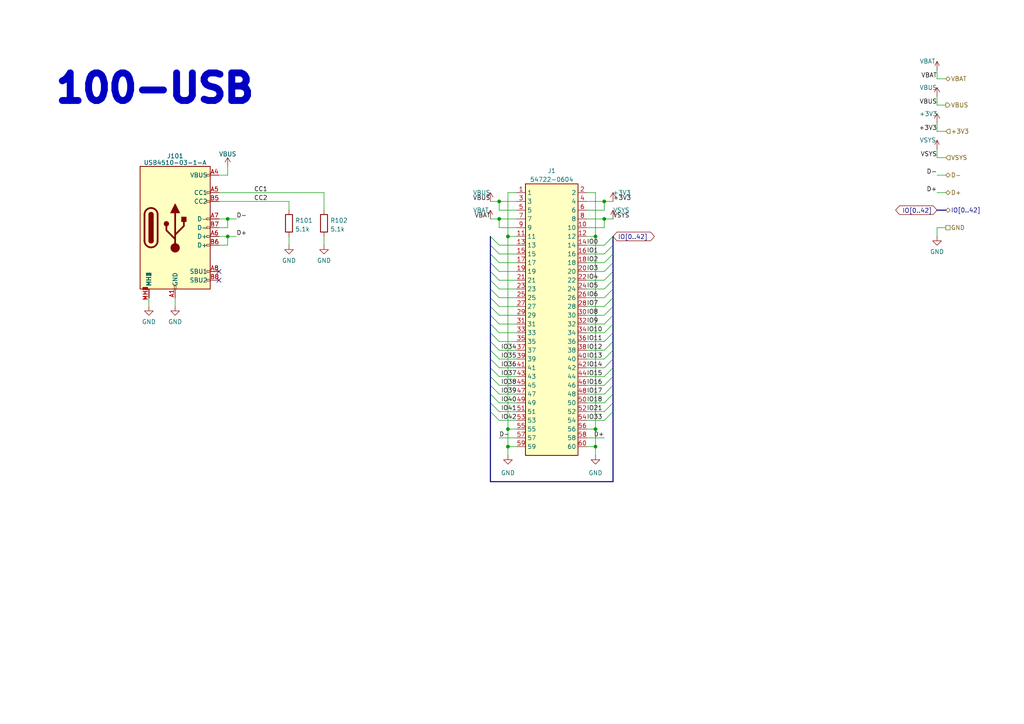
<source format=kicad_sch>
(kicad_sch (version 20230121) (generator eeschema)
  (paper "A4")
  (title_block (title "PMK_Keyboard") (date "2023-02-06") (rev "HW00") (company "PumaCorp") (comment 1 "Design by: NdG"))
  (lib_symbols
    (symbol "Component lib:R" (pin_numbers hide) (pin_names (offset 0))
      (property "Reference" "R" (at 2.032 -3.81 90))
      (property "Value" "R" (at 0 -3.81 90))
      (symbol "R_0_1"
        (rectangle (start -1.016 -6.35) (end 1.016 -1.27) (stroke (width 0.254)))
      )
      (symbol "R_1_1"
        (pin passive line (at 0 0 270) (length 1.27) (name "~") (number "1"))
        (pin passive line (at 0 -7.62 90) (length 1.27) (name "~") (number "2"))
      )
    )
    (symbol "Component_lib:54722-0604"
      (property "Reference" "J" (at 5.08 7.62 0))
      (property "Value" "54722-0604" (at 5.08 5.08 0))
      (symbol "54722-0604_1_1"
        (rectangle (start 2.54 2.54) (end 17.78 -76.2) (stroke (width 0.254)) (fill (type background)))
        (pin passive line (at 0 0 0) (length 2.54) (name "1") (number "1"))
        (pin passive line (at 20.32 -10.16 180) (length 2.54) (name "10") (number "10"))
        (pin passive line (at 0 -12.7 0) (length 2.54) (name "11") (number "11"))
        (pin passive line (at 20.32 -12.7 180) (length 2.54) (name "12") (number "12"))
        (pin passive line (at 0 -15.24 0) (length 2.54) (name "13") (number "13"))
        (pin passive line (at 20.32 -15.24 180) (length 2.54) (name "14") (number "14"))
        (pin passive line (at 0 -17.78 0) (length 2.54) (name "15") (number "15"))
        (pin passive line (at 20.32 -17.78 180) (length 2.54) (name "16") (number "16"))
        (pin passive line (at 0 -20.32 0) (length 2.54) (name "17") (number "17"))
        (pin passive line (at 20.32 -20.32 180) (length 2.54) (name "18") (number "18"))
        (pin passive line (at 0 -22.86 0) (length 2.54) (name "19") (number "19"))
        (pin passive line (at 20.32 0 180) (length 2.54) (name "2") (number "2"))
        (pin passive line (at 20.32 -22.86 180) (length 2.54) (name "20") (number "20"))
        (pin passive line (at 0 -25.4 0) (length 2.54) (name "21") (number "21"))
        (pin passive line (at 20.32 -25.4 180) (length 2.54) (name "22") (number "22"))
        (pin passive line (at 0 -27.94 0) (length 2.54) (name "23") (number "23"))
        (pin passive line (at 20.32 -27.94 180) (length 2.54) (name "24") (number "24"))
        (pin passive line (at 0 -30.48 0) (length 2.54) (name "25") (number "25"))
        (pin passive line (at 20.32 -30.48 180) (length 2.54) (name "26") (number "26"))
        (pin passive line (at 0 -33.02 0) (length 2.54) (name "27") (number "27"))
        (pin passive line (at 20.32 -33.02 180) (length 2.54) (name "28") (number "28"))
        (pin passive line (at 0 -35.56 0) (length 2.54) (name "29") (number "29"))
        (pin passive line (at 0 -2.54 0) (length 2.54) (name "3") (number "3"))
        (pin passive line (at 20.32 -35.56 180) (length 2.54) (name "30") (number "30"))
        (pin passive line (at 0 -38.1 0) (length 2.54) (name "31") (number "31"))
        (pin passive line (at 20.32 -38.1 180) (length 2.54) (name "32") (number "32"))
        (pin passive line (at 0 -40.64 0) (length 2.54) (name "33") (number "33"))
        (pin passive line (at 20.32 -40.64 180) (length 2.54) (name "34") (number "34"))
        (pin passive line (at 0 -43.18 0) (length 2.54) (name "35") (number "35"))
        (pin passive line (at 20.32 -43.18 180) (length 2.54) (name "36") (number "36"))
        (pin passive line (at 0 -45.72 0) (length 2.54) (name "37") (number "37"))
        (pin passive line (at 20.32 -45.72 180) (length 2.54) (name "38") (number "38"))
        (pin passive line (at 0 -48.26 0) (length 2.54) (name "39") (number "39"))
        (pin passive line (at 20.32 -2.54 180) (length 2.54) (name "4") (number "4"))
        (pin passive line (at 20.32 -48.26 180) (length 2.54) (name "40") (number "40"))
        (pin passive line (at 0 -50.8 0) (length 2.54) (name "41") (number "41"))
        (pin passive line (at 20.32 -50.8 180) (length 2.54) (name "42") (number "42"))
        (pin passive line (at 0 -53.34 0) (length 2.54) (name "43") (number "43"))
        (pin passive line (at 20.32 -53.34 180) (length 2.54) (name "44") (number "44"))
        (pin passive line (at 0 -55.88 0) (length 2.54) (name "45") (number "45"))
        (pin passive line (at 20.32 -55.88 180) (length 2.54) (name "46") (number "46"))
        (pin passive line (at 0 -58.42 0) (length 2.54) (name "47") (number "47"))
        (pin passive line (at 20.32 -58.42 180) (length 2.54) (name "48") (number "48"))
        (pin passive line (at 0 -60.96 0) (length 2.54) (name "49") (number "49"))
        (pin passive line (at 0 -5.08 0) (length 2.54) (name "5") (number "5"))
        (pin passive line (at 20.32 -60.96 180) (length 2.54) (name "50") (number "50"))
        (pin passive line (at 0 -63.5 0) (length 2.54) (name "51") (number "51"))
        (pin passive line (at 20.32 -63.5 180) (length 2.54) (name "52") (number "52"))
        (pin passive line (at 0 -66.04 0) (length 2.54) (name "53") (number "53"))
        (pin passive line (at 20.32 -66.04 180) (length 2.54) (name "54") (number "54"))
        (pin passive line (at 0 -68.58 0) (length 2.54) (name "55") (number "55"))
        (pin passive line (at 20.32 -68.58 180) (length 2.54) (name "56") (number "56"))
        (pin passive line (at 0 -71.12 0) (length 2.54) (name "57") (number "57"))
        (pin passive line (at 20.32 -71.12 180) (length 2.54) (name "58") (number "58"))
        (pin passive line (at 0 -73.66 0) (length 2.54) (name "59") (number "59"))
        (pin passive line (at 20.32 -5.08 180) (length 2.54) (name "6") (number "6"))
        (pin passive line (at 20.32 -73.66 180) (length 2.54) (name "60") (number "60"))
        (pin passive line (at 0 -7.62 0) (length 2.54) (name "7") (number "7"))
        (pin passive line (at 20.32 -7.62 180) (length 2.54) (name "8") (number "8"))
        (pin passive line (at 0 -10.16 0) (length 2.54) (name "9") (number "9"))
      )
    )
    (symbol "Component_lib:USB4510-03-1-A" (pin_names (offset 0.762))
      (property "Reference" "J" (at 0 5.08 0))
      (property "Value" "USB4510-03-1-A" (at 0 2.54 0))
      (symbol "USB4510-03-1-A_0_0"
        (rectangle (start 9.906 -35.56) (end 10.414 -34.544))
        (rectangle (start 20.32 -32.766) (end 19.304 -33.274))
        (rectangle (start 20.32 -30.226) (end 19.304 -30.734))
        (rectangle (start 20.32 -22.606) (end 19.304 -23.114))
        (rectangle (start 20.32 -20.066) (end 19.304 -20.574))
        (rectangle (start 20.32 -17.526) (end 19.304 -18.034))
        (rectangle (start 20.32 -14.986) (end 19.304 -15.494))
        (rectangle (start 20.32 -9.906) (end 19.304 -10.414))
        (rectangle (start 20.32 -7.366) (end 19.304 -7.874))
        (rectangle (start 20.32 -2.286) (end 19.304 -2.794))
        (pin passive line (at 2.54 -38.1 90) (length 2.54) (name "MH1") (number "MH1"))
        (pin passive line (at 2.54 -38.1 90) (length 2.54) (name "MH2") (number "MH2"))
        (pin passive line (at 2.54 -38.1 90) (length 2.54) (name "MH3") (number "MH3"))
        (pin passive line (at 2.54 -38.1 90) (length 2.54) (name "MH4") (number "MH4"))
      )
      (symbol "USB4510-03-1-A_0_1"
        (polyline (pts (xy 1.27 -21.59) (xy 1.27 -13.97)) (stroke (width 0.508)))
        (polyline (pts (xy 5.08 -13.97) (xy 5.08 -21.59)) (stroke (width 0.508)))
        (polyline (pts (xy 10.16 -23.622) (xy 10.16 -13.462)) (stroke (width 0.508)))
        (polyline (pts (xy 10.16 -21.082) (xy 7.62 -18.542) (xy 7.62 -17.272)) (stroke (width 0.508)))
        (polyline (pts (xy 10.16 -19.812) (xy 12.7 -17.272) (xy 12.7 -16.002)) (stroke (width 0.508)))
        (polyline (pts (xy 8.89 -13.462) (xy 10.16 -10.922) (xy 11.43 -13.462) (xy 8.89 -13.462)) (stroke (width 0.254)) (fill (type outline)))
        (rectangle (start 0 0) (end 20.32 -35.56) (stroke (width 0.254)) (fill (type background)))
        (arc (start 1.27 -21.59) (mid 3.175 -23.4867) (end 5.08 -21.59) (stroke (width 0.508)))
        (arc (start 2.54 -21.59) (mid 3.175 -22.2223) (end 3.81 -21.59) (stroke (width 0.254)))
        (arc (start 2.54 -21.59) (mid 3.175 -22.2223) (end 3.81 -21.59) (stroke (width 0.254)) (fill (type outline)))
        (rectangle (start 2.54 -21.59) (end 3.81 -13.97) (stroke (width 0.254)) (fill (type outline)))
        (arc (start 3.81 -13.97) (mid 3.175 -13.3377) (end 2.54 -13.97) (stroke (width 0.254)))
        (arc (start 3.81 -13.97) (mid 3.175 -13.3377) (end 2.54 -13.97) (stroke (width 0.254)) (fill (type outline)))
        (arc (start 5.08 -13.97) (mid 3.175 -12.0733) (end 1.27 -13.97) (stroke (width 0.508)))
        (circle (center 7.62 -16.637) (radius 0.635) (stroke (width 0.254)) (fill (type outline)))
        (circle (center 10.16 -23.622) (radius 1.27) (fill (type outline)))
        (rectangle (start 12.065 -16.002) (end 13.335 -14.732) (stroke (width 0.254)) (fill (type outline)))
      )
      (symbol "USB4510-03-1-A_1_1"
        (pin passive line (at 10.16 -38.1 90) (length 2.54) (name "GND") (number "A1"))
        (pin passive line (at 10.16 -38.1 90) (length 2.54) hide (name "GND") (number "A12"))
        (pin passive line (at 22.86 -2.54 180) (length 2.54) (name "VBUS") (number "A4"))
        (pin bidirectional line (at 22.86 -7.62 180) (length 2.54) (name "CC1") (number "A5"))
        (pin bidirectional line (at 22.86 -20.32 180) (length 2.54) (name "D+") (number "A6"))
        (pin bidirectional line (at 22.86 -15.24 180) (length 2.54) (name "D-") (number "A7"))
        (pin bidirectional line (at 22.86 -30.48 180) (length 2.54) (name "SBU1") (number "A8"))
        (pin passive line (at 22.86 -2.54 180) (length 2.54) hide (name "VBUS") (number "A9"))
        (pin passive line (at 10.16 -38.1 90) (length 2.54) hide (name "GND") (number "B1"))
        (pin passive line (at 10.16 -38.1 90) (length 2.54) hide (name "GND") (number "B12"))
        (pin passive line (at 22.86 -2.54 180) (length 2.54) hide (name "VBUS") (number "B4"))
        (pin bidirectional line (at 22.86 -10.16 180) (length 2.54) (name "CC2") (number "B5"))
        (pin bidirectional line (at 22.86 -22.86 180) (length 2.54) (name "D+") (number "B6"))
        (pin bidirectional line (at 22.86 -17.78 180) (length 2.54) (name "D-") (number "B7"))
        (pin bidirectional line (at 22.86 -33.02 180) (length 2.54) (name "SBU2") (number "B8"))
        (pin passive line (at 22.86 -2.54 180) (length 2.54) hide (name "VBUS") (number "B9"))
      )
    )
    (symbol "Component_lib:VBAT" (power) (pin_numbers hide) (in_bom no) (on_board no)
      (property "Value" "VBAT" (at 0 3.81 0))
      (symbol "VBAT_0_0"
        (pin passive line (at 0 0 90) (length 2.54) hide (name "") (number ""))
      )
      (symbol "VBAT_0_1"
        (polyline (pts (xy 0 0) (xy 0 2.54) (xy 0.635 1.27) (xy 0 2.54) (xy -0.635 1.27)) (stroke (width 0.1524)))
      )
    )
    (symbol "Component_lib:VSYS" (power) (pin_numbers hide) (in_bom no) (on_board no)
      (property "Value" "VSYS" (at 0 3.81 0))
      (symbol "VSYS_0_0"
        (pin passive line (at 0 0 90) (length 2.54) hide (name "") (number ""))
      )
      (symbol "VSYS_0_1"
        (polyline (pts (xy 0 0) (xy 0 2.54) (xy 0.635 1.27) (xy 0 2.54) (xy -0.635 1.27)) (stroke (width 0.1524)))
      )
    )
    (symbol "GND_2" (power) (pin_names (offset 0))
      (property "Value" "GND_2" (at 0 -3.81 0))
      (symbol "GND_2_0_1"
        (polyline (pts (xy 0 0) (xy 0 -1.27) (xy 1.27 -1.27) (xy 0 -2.54) (xy -1.27 -1.27) (xy 0 -1.27)))
      )
      (symbol "GND_2_1_1"
        (pin power_in line (at 0 0 270) (length 0) hide (name "GND") (number "1"))
      )
    )
    (symbol "VBAT_1" (power) (pin_numbers hide) (in_bom no) (on_board no)
      (property "Value" "VBAT_1" (at 0 3.81 0))
      (symbol "VBAT_1_0_0"
        (pin passive line (at 0 0 90) (length 2.54) hide (name "") (number ""))
      )
      (symbol "VBAT_1_0_1"
        (polyline (pts (xy 0 0) (xy 0 2.54) (xy 0.635 1.27) (xy 0 2.54) (xy -0.635 1.27)) (stroke (width 0.1524)))
      )
    )
    (symbol "VBUS_1" (power) (pin_names (offset 0))
      (property "Value" "VBUS_1" (at 0 3.81 0))
      (symbol "VBUS_1_0_1"
        (polyline (pts (xy -0.762 1.27) (xy 0 2.54)))
        (polyline (pts (xy 0 0) (xy 0 2.54)))
        (polyline (pts (xy 0 2.54) (xy 0.762 1.27)))
      )
      (symbol "VBUS_1_1_1"
        (pin power_in line (at 0 0 90) (length 0) hide (name "VBUS") (number "1"))
      )
    )
    (symbol "power:+3V3" (power) (pin_names (offset 0))
      (property "Value" "+3V3" (at 0 3.556 0))
      (symbol "+3V3_0_1"
        (polyline (pts (xy -0.762 1.27) (xy 0 2.54)))
        (polyline (pts (xy 0 0) (xy 0 2.54)))
        (polyline (pts (xy 0 2.54) (xy 0.762 1.27)))
      )
      (symbol "+3V3_1_1"
        (pin power_in line (at 0 0 90) (length 0) hide (name "+3V3") (number "1"))
      )
    )
    (symbol "power:GND" (power) (pin_names (offset 0))
      (property "Value" "GND" (at 0 -3.81 0))
      (symbol "GND_0_1"
        (polyline (pts (xy 0 0) (xy 0 -1.27) (xy 1.27 -1.27) (xy 0 -2.54) (xy -1.27 -1.27) (xy 0 -1.27)))
      )
      (symbol "GND_1_1"
        (pin power_in line (at 0 0 270) (length 0) hide (name "GND") (number "1"))
      )
    )
    (symbol "power:VBUS" (power) (pin_names (offset 0))
      (property "Value" "VBUS" (at 0 3.81 0))
      (symbol "VBUS_0_1"
        (polyline (pts (xy -0.762 1.27) (xy 0 2.54)))
        (polyline (pts (xy 0 0) (xy 0 2.54)))
        (polyline (pts (xy 0 2.54) (xy 0.762 1.27)))
      )
      (symbol "VBUS_1_1"
        (pin power_in line (at 0 0 90) (length 0) hide (name "VBUS") (number "1"))
      )
    )
  )
  (junction (at 147.32 129.54))
  (junction (at 172.72 129.54))
  (junction (at 66.04 68.58))
  (junction (at 175.26 63.5))
  (junction (at 144.78 63.5))
  (junction (at 144.78 58.42))
  (junction (at 175.26 58.42))
  (junction (at 172.72 68.58))
  (junction (at 147.32 68.58))
  (junction (at 66.04 63.5))
  (junction (at 147.32 124.46))
  (junction (at 172.72 124.46))
  (no_connect (at 63.5 81.28))
  (no_connect (at 63.5 78.74))
  (bus_entry (at 144.78 93.98) (size -2.54 -2.54))
  (bus_entry (at 175.26 114.3) (size 2.54 -2.54))
  (bus_entry (at 175.26 101.6) (size 2.54 -2.54))
  (bus_entry (at 175.26 71.12) (size 2.54 -2.54))
  (bus_entry (at 175.26 96.52) (size 2.54 -2.54))
  (bus_entry (at 144.78 71.12) (size -2.54 -2.54))
  (bus_entry (at 144.78 83.82) (size -2.54 -2.54))
  (bus_entry (at 144.78 81.28) (size -2.54 -2.54))
  (bus_entry (at 175.26 111.76) (size 2.54 -2.54))
  (bus_entry (at 175.26 73.66) (size 2.54 -2.54))
  (bus_entry (at 175.26 119.38) (size 2.54 -2.54))
  (bus_entry (at 144.78 116.84) (size -2.54 -2.54))
  (bus_entry (at 175.26 99.06) (size 2.54 -2.54))
  (bus_entry (at 144.78 106.68) (size -2.54 -2.54))
  (bus_entry (at 175.26 91.44) (size 2.54 -2.54))
  (bus_entry (at 175.26 83.82) (size 2.54 -2.54))
  (bus_entry (at 175.26 104.14) (size 2.54 -2.54))
  (bus_entry (at 144.78 109.22) (size -2.54 -2.54))
  (bus_entry (at 144.78 73.66) (size -2.54 -2.54))
  (bus_entry (at 144.78 99.06) (size -2.54 -2.54))
  (bus_entry (at 175.26 78.74) (size 2.54 -2.54))
  (bus_entry (at 144.78 119.38) (size -2.54 -2.54))
  (bus_entry (at 175.26 88.9) (size 2.54 -2.54))
  (bus_entry (at 175.26 106.68) (size 2.54 -2.54))
  (bus_entry (at 144.78 88.9) (size -2.54 -2.54))
  (bus_entry (at 175.26 93.98) (size 2.54 -2.54))
  (bus_entry (at 144.78 121.92) (size -2.54 -2.54))
  (bus_entry (at 175.26 76.2) (size 2.54 -2.54))
  (bus_entry (at 175.26 81.28) (size 2.54 -2.54))
  (bus_entry (at 144.78 111.76) (size -2.54 -2.54))
  (bus_entry (at 144.78 96.52) (size -2.54 -2.54))
  (bus_entry (at 175.26 109.22) (size 2.54 -2.54))
  (bus_entry (at 144.78 91.44) (size -2.54 -2.54))
  (bus_entry (at 175.26 86.36) (size 2.54 -2.54))
  (bus_entry (at 144.78 104.14) (size -2.54 -2.54))
  (bus_entry (at 144.78 114.3) (size -2.54 -2.54))
  (bus_entry (at 144.78 78.74) (size -2.54 -2.54))
  (bus_entry (at 175.26 116.84) (size 2.54 -2.54))
  (bus_entry (at 144.78 101.6) (size -2.54 -2.54))
  (bus_entry (at 144.78 86.36) (size -2.54 -2.54))
  (bus_entry (at 144.78 76.2) (size -2.54 -2.54))
  (bus_entry (at 175.26 121.92) (size 2.54 -2.54))
  (bus (pts (xy 177.8 109.22) (xy 177.8 111.76)))
  (wire (pts (xy 66.04 68.58) (xy 68.58 68.58)))
  (wire (pts (xy 271.78 20.32) (xy 271.78 22.86)))
  (wire (pts (xy 144.78 114.3) (xy 149.86 114.3)))
  (bus (pts (xy 177.8 106.68) (xy 177.8 109.22)))
  (wire (pts (xy 144.78 63.5) (xy 149.86 63.5)))
  (wire (pts (xy 170.18 101.6) (xy 175.26 101.6)))
  (wire (pts (xy 63.5 58.42) (xy 83.82 58.42)))
  (bus (pts (xy 142.24 101.6) (xy 142.24 104.14)))
  (bus (pts (xy 177.8 119.38) (xy 177.8 139.7)))
  (bus (pts (xy 177.8 76.2) (xy 177.8 78.74)))
  (wire (pts (xy 147.32 132.08) (xy 147.32 129.54)))
  (bus (pts (xy 177.8 86.36) (xy 177.8 88.9)))
  (wire (pts (xy 66.04 63.5) (xy 63.5 63.5)))
  (wire (pts (xy 271.78 45.72) (xy 274.32 45.72)))
  (wire (pts (xy 144.78 71.12) (xy 149.86 71.12)))
  (bus (pts (xy 177.8 78.74) (xy 177.8 81.28)))
  (wire (pts (xy 142.24 63.5) (xy 144.78 63.5)))
  (wire (pts (xy 144.78 66.04) (xy 144.78 63.5)))
  (bus (pts (xy 177.8 68.58) (xy 177.8 71.12)))
  (bus (pts (xy 177.8 93.98) (xy 177.8 96.52)))
  (wire (pts (xy 144.78 121.92) (xy 149.86 121.92)))
  (wire (pts (xy 172.72 129.54) (xy 172.72 132.08)))
  (bus (pts (xy 142.24 139.7) (xy 177.8 139.7)))
  (wire (pts (xy 170.18 114.3) (xy 175.26 114.3)))
  (wire (pts (xy 144.78 116.84) (xy 149.86 116.84)))
  (wire (pts (xy 144.78 127) (xy 149.86 127)))
  (wire (pts (xy 170.18 91.44) (xy 175.26 91.44)))
  (wire (pts (xy 175.26 66.04) (xy 175.26 63.5)))
  (bus (pts (xy 142.24 81.28) (xy 142.24 83.82)))
  (wire (pts (xy 170.18 109.22) (xy 175.26 109.22)))
  (wire (pts (xy 144.78 76.2) (xy 149.86 76.2)))
  (wire (pts (xy 147.32 68.58) (xy 147.32 124.46)))
  (bus (pts (xy 142.24 93.98) (xy 142.24 96.52)))
  (wire (pts (xy 170.18 63.5) (xy 175.26 63.5)))
  (wire (pts (xy 144.78 119.38) (xy 149.86 119.38)))
  (wire (pts (xy 144.78 83.82) (xy 149.86 83.82)))
  (wire (pts (xy 170.18 78.74) (xy 175.26 78.74)))
  (bus (pts (xy 142.24 86.36) (xy 142.24 88.9)))
  (bus (pts (xy 142.24 76.2) (xy 142.24 78.74)))
  (wire (pts (xy 271.78 27.94) (xy 271.78 30.48)))
  (wire (pts (xy 271.78 30.48) (xy 274.32 30.48)))
  (bus (pts (xy 142.24 91.44) (xy 142.24 93.98)))
  (wire (pts (xy 271.78 35.56) (xy 271.78 38.1)))
  (wire (pts (xy 175.26 58.42) (xy 177.8 58.42)))
  (wire (pts (xy 83.82 68.58) (xy 83.82 71.12)))
  (wire (pts (xy 271.78 68.58) (xy 271.78 66.04)))
  (wire (pts (xy 170.18 127) (xy 175.26 127)))
  (wire (pts (xy 170.18 86.36) (xy 175.26 86.36)))
  (wire (pts (xy 144.78 96.52) (xy 149.86 96.52)))
  (bus (pts (xy 177.8 88.9) (xy 177.8 91.44)))
  (wire (pts (xy 271.78 55.88) (xy 274.32 55.88)))
  (bus (pts (xy 142.24 114.3) (xy 142.24 116.84)))
  (wire (pts (xy 144.78 106.68) (xy 149.86 106.68)))
  (wire (pts (xy 271.78 22.86) (xy 274.32 22.86)))
  (bus (pts (xy 142.24 83.82) (xy 142.24 86.36)))
  (wire (pts (xy 170.18 76.2) (xy 175.26 76.2)))
  (bus (pts (xy 177.8 101.6) (xy 177.8 104.14)))
  (wire (pts (xy 170.18 99.06) (xy 175.26 99.06)))
  (wire (pts (xy 93.98 55.88) (xy 93.98 60.96)))
  (bus (pts (xy 142.24 119.38) (xy 142.24 139.7)))
  (wire (pts (xy 170.18 88.9) (xy 175.26 88.9)))
  (wire (pts (xy 170.18 81.28) (xy 175.26 81.28)))
  (wire (pts (xy 170.18 83.82) (xy 175.26 83.82)))
  (wire (pts (xy 172.72 55.88) (xy 172.72 68.58)))
  (wire (pts (xy 149.86 60.96) (xy 144.78 60.96)))
  (wire (pts (xy 170.18 116.84) (xy 175.26 116.84)))
  (bus (pts (xy 177.8 73.66) (xy 177.8 76.2)))
  (wire (pts (xy 144.78 88.9) (xy 149.86 88.9)))
  (wire (pts (xy 144.78 111.76) (xy 149.86 111.76)))
  (wire (pts (xy 144.78 93.98) (xy 149.86 93.98)))
  (wire (pts (xy 144.78 86.36) (xy 149.86 86.36)))
  (bus (pts (xy 142.24 109.22) (xy 142.24 111.76)))
  (bus (pts (xy 177.8 99.06) (xy 177.8 101.6)))
  (wire (pts (xy 144.78 81.28) (xy 149.86 81.28)))
  (wire (pts (xy 63.5 68.58) (xy 66.04 68.58)))
  (wire (pts (xy 170.18 66.04) (xy 175.26 66.04)))
  (wire (pts (xy 63.5 55.88) (xy 93.98 55.88)))
  (wire (pts (xy 66.04 71.12) (xy 63.5 71.12)))
  (wire (pts (xy 144.78 60.96) (xy 144.78 58.42)))
  (bus (pts (xy 271.78 60.96) (xy 274.32 60.96)))
  (wire (pts (xy 144.78 73.66) (xy 149.86 73.66)))
  (wire (pts (xy 172.72 124.46) (xy 172.72 129.54)))
  (bus (pts (xy 142.24 106.68) (xy 142.24 109.22)))
  (wire (pts (xy 170.18 68.58) (xy 172.72 68.58)))
  (wire (pts (xy 170.18 73.66) (xy 175.26 73.66)))
  (wire (pts (xy 144.78 58.42) (xy 149.86 58.42)))
  (wire (pts (xy 271.78 43.18) (xy 271.78 45.72)))
  (wire (pts (xy 170.18 104.14) (xy 175.26 104.14)))
  (bus (pts (xy 142.24 73.66) (xy 142.24 76.2)))
  (wire (pts (xy 144.78 109.22) (xy 149.86 109.22)))
  (bus (pts (xy 142.24 111.76) (xy 142.24 114.3)))
  (wire (pts (xy 170.18 129.54) (xy 172.72 129.54)))
  (bus (pts (xy 142.24 78.74) (xy 142.24 81.28)))
  (wire (pts (xy 170.18 58.42) (xy 175.26 58.42)))
  (wire (pts (xy 271.78 66.04) (xy 274.32 66.04)))
  (bus (pts (xy 177.8 91.44) (xy 177.8 93.98)))
  (wire (pts (xy 170.18 96.52) (xy 175.26 96.52)))
  (wire (pts (xy 144.78 91.44) (xy 149.86 91.44)))
  (wire (pts (xy 43.18 86.36) (xy 43.18 88.9)))
  (wire (pts (xy 172.72 68.58) (xy 172.72 124.46)))
  (wire (pts (xy 175.26 63.5) (xy 177.8 63.5)))
  (wire (pts (xy 170.18 124.46) (xy 172.72 124.46)))
  (bus (pts (xy 177.8 111.76) (xy 177.8 114.3)))
  (wire (pts (xy 170.18 55.88) (xy 172.72 55.88)))
  (wire (pts (xy 63.5 66.04) (xy 66.04 66.04)))
  (wire (pts (xy 144.78 78.74) (xy 149.86 78.74)))
  (wire (pts (xy 170.18 119.38) (xy 175.26 119.38)))
  (wire (pts (xy 170.18 121.92) (xy 175.26 121.92)))
  (wire (pts (xy 170.18 106.68) (xy 175.26 106.68)))
  (wire (pts (xy 149.86 66.04) (xy 144.78 66.04)))
  (wire (pts (xy 66.04 68.58) (xy 66.04 71.12)))
  (wire (pts (xy 170.18 111.76) (xy 175.26 111.76)))
  (bus (pts (xy 177.8 81.28) (xy 177.8 83.82)))
  (bus (pts (xy 142.24 71.12) (xy 142.24 73.66)))
  (bus (pts (xy 177.8 116.84) (xy 177.8 119.38)))
  (wire (pts (xy 147.32 129.54) (xy 149.86 129.54)))
  (bus (pts (xy 142.24 68.58) (xy 142.24 71.12)))
  (bus (pts (xy 177.8 114.3) (xy 177.8 116.84)))
  (wire (pts (xy 93.98 68.58) (xy 93.98 71.12)))
  (wire (pts (xy 147.32 124.46) (xy 149.86 124.46)))
  (wire (pts (xy 147.32 124.46) (xy 147.32 129.54)))
  (wire (pts (xy 149.86 55.88) (xy 147.32 55.88)))
  (wire (pts (xy 66.04 66.04) (xy 66.04 63.5)))
  (bus (pts (xy 142.24 104.14) (xy 142.24 106.68)))
  (bus (pts (xy 142.24 88.9) (xy 142.24 91.44)))
  (wire (pts (xy 66.04 50.8) (xy 63.5 50.8)))
  (wire (pts (xy 83.82 60.96) (xy 83.82 58.42)))
  (bus (pts (xy 177.8 71.12) (xy 177.8 73.66)))
  (wire (pts (xy 144.78 99.06) (xy 149.86 99.06)))
  (wire (pts (xy 50.8 86.36) (xy 50.8 88.9)))
  (bus (pts (xy 177.8 83.82) (xy 177.8 86.36)))
  (wire (pts (xy 66.04 63.5) (xy 68.58 63.5)))
  (wire (pts (xy 175.26 60.96) (xy 175.26 58.42)))
  (wire (pts (xy 271.78 50.8) (xy 274.32 50.8)))
  (wire (pts (xy 144.78 104.14) (xy 149.86 104.14)))
  (bus (pts (xy 142.24 96.52) (xy 142.24 99.06)))
  (wire (pts (xy 144.78 101.6) (xy 149.86 101.6)))
  (wire (pts (xy 142.24 58.42) (xy 144.78 58.42)))
  (bus (pts (xy 177.8 96.52) (xy 177.8 99.06)))
  (bus (pts (xy 142.24 99.06) (xy 142.24 101.6)))
  (bus (pts (xy 177.8 104.14) (xy 177.8 106.68)))
  (wire (pts (xy 66.04 48.26) (xy 66.04 50.8)))
  (bus (pts (xy 142.24 116.84) (xy 142.24 119.38)))
  (wire (pts (xy 170.18 71.12) (xy 175.26 71.12)))
  (wire (pts (xy 147.32 68.58) (xy 149.86 68.58)))
  (wire (pts (xy 147.32 55.88) (xy 147.32 68.58)))
  (wire (pts (xy 170.18 93.98) (xy 175.26 93.98)))
  (wire (pts (xy 170.18 60.96) (xy 175.26 60.96)))
  (wire (pts (xy 271.78 38.1) (xy 274.32 38.1)))
  (text "100-USB" (at 15.24 30.48 0) (effects (font (size 8 8) (thickness 3) bold) (justify left bottom)))
  (label "VBAT" (at 142.24 63.5 180))
  (label "VBAT" (at 271.78 22.86 180))
  (label "D-" (at 68.58 63.5 0))
  (label "VBUS" (at 271.78 30.48 180))
  (label "D-" (at 144.78 127 0))
  (label "D+" (at 68.58 68.58 0))
  (label "IO37" (at 149.86 109.22 180))
  (label "IO5" (at 170.18 83.82 0))
  (label "IO14" (at 170.18 106.68 0))
  (label "D+" (at 175.26 127 180))
  (label "IO16" (at 170.18 111.76 0))
  (label "VBUS" (at 142.24 58.42 180))
  (label "IO13" (at 170.18 104.14 0))
  (label "CC2" (at 73.66 58.42 0))
  (label "IO4" (at 170.18 81.28 0))
  (label "IO40" (at 149.86 116.84 180))
  (label "IO36" (at 149.86 106.68 180))
  (label "D+" (at 271.78 55.88 180))
  (label "IO8" (at 170.18 91.44 0))
  (label "VSYS" (at 271.78 45.72 180))
  (label "+3V3" (at 177.8 58.42 0))
  (label "IO38" (at 149.86 111.76 180))
  (label "IO39" (at 149.86 114.3 180))
  (label "IO10" (at 170.18 96.52 0))
  (label "IO15" (at 170.18 109.22 0))
  (label "IO34" (at 149.86 101.6 180))
  (label "IO2" (at 170.18 76.2 0))
  (label "IO18" (at 170.18 116.84 0))
  (label "IO0" (at 170.18 71.12 0))
  (label "IO17" (at 170.18 114.3 0))
  (label "D-" (at 271.78 50.8 180))
  (label "IO11" (at 170.18 99.06 0))
  (label "+3V3" (at 271.78 38.1 180))
  (label "IO35" (at 149.86 104.14 180))
  (label "CC1" (at 73.66 55.88 0))
  (label "IO42" (at 149.86 121.92 180))
  (label "IO6" (at 170.18 86.36 0))
  (label "IO33" (at 170.18 121.92 0))
  (label "IO12" (at 170.18 101.6 0))
  (label "IO21" (at 170.18 119.38 0))
  (label "VSYS" (at 177.8 63.5 0))
  (label "IO7" (at 170.18 88.9 0))
  (label "IO41" (at 149.86 119.38 180))
  (label "IO9" (at 170.18 93.98 0))
  (label "IO1" (at 170.18 73.66 0))
  (label "IO3" (at 170.18 78.74 0))
  (global_label "IO[0..42]" (shape bidirectional) (at 177.8 68.58 0) (property "Intersheetrefs" "${INTERSHEET_REFS}" (effects hide)))
  (global_label "IO[0..42]" (shape bidirectional) (at 271.78 60.96 180) (property "Intersheetrefs" "${INTERSHEET_REFS}" (effects hide)))
  (hierarchical_label "VBAT" (shape bidirectional) (at 274.32 22.86 0))
  (hierarchical_label "+3V3" (shape input) (at 274.32 38.1 0))
  (hierarchical_label "VSYS" (shape input) (at 274.32 45.72 0))
  (hierarchical_label "D+" (shape bidirectional) (at 274.32 55.88 0))
  (hierarchical_label "GND" (shape passive) (at 274.32 66.04 0))
  (hierarchical_label "IO[0..42]" (shape bidirectional) (at 274.32 60.96 0))
  (hierarchical_label "VBUS" (shape output) (at 274.32 30.48 0))
  (hierarchical_label "D-" (shape bidirectional) (at 274.32 50.8 0))
  (symbol (lib_id "Component_lib:VSYS") (at 271.78 43.18 0) (unit 1) (in_bom no) (on_board no)
    (property "Reference" "VSYS01" (effects hide))
    (property "Value" "VSYS" (at 266.7 40.64 0) (effects (justify left)))
  )
  (symbol (lib_id "Component lib:R") (at 83.82 60.96 0) (unit 1)
    (property "Reference" "R101" (at 85.598 63.9353 0) (effects (justify left)))
    (property "Value" "5.1k" (at 85.598 66.4722 0) (effects (justify left)))
    (property "Footprint" "Resistor_SMD:R_0201_0603Metric" (effects hide))
  )
  (symbol (lib_id "power:GND") (at 43.18 88.9 0) (unit 1)
    (property "Reference" "#PWR0106" (effects hide))
    (property "Value" "GND" (at 43.18 93.3434 0))
  )
  (symbol (lib_name "GND_2") (lib_id "power:GND") (at 147.32 132.08 0) (unit 1)
    (property "Reference" "#PWR01" (effects hide))
    (property "Value" "GND" (at 147.32 137.16 0))
  )
  (symbol (lib_id "Component_lib:54722-0604") (at 149.86 55.88 0) (unit 1)
    (property "Reference" "J1" (at 160.02 49.53 0))
    (property "Value" "54722-0604" (at 160.02 52.07 0))
    (property "Footprint" "547220604" (effects hide))
    (property "Datasheet" "https://componentsearchengine.com/Datasheets/1/54722-0604.pdf" (effects hide))
    (property "Height" "1.35" (effects hide))
    (property "Mouser Part Number" "538-54722-0604" (effects hide))
    (property "Mouser Price/Stock" "https://www.mouser.co.uk/ProductDetail/Molex/54722-0604?qs=OdNwOVlk5%2FhqhipZBZs72A%3D%3D" (effects hide))
    (property "Manufacturer_Name" "Molex" (effects hide))
    (property "Manufacturer_Part_Number" "54722-0604" (effects hide))
    (instances (project "untitled" (path "" (reference "J1") (unit 1)) (path "" (reference "J102") (unit 1))))
  )
  (symbol (lib_id "Component_lib:VSYS") (at 177.8 63.5 0) (unit 1) (in_bom no) (on_board no)
    (property "Reference" "#VSYS01" (effects hide))
    (property "Value" "VSYS" (at 177.8 60.96 0) (effects (justify left)))
  )
  (symbol (lib_id "power:GND") (at 83.82 71.12 0) (unit 1)
    (property "Reference" "#PWR0104" (effects hide))
    (property "Value" "GND" (at 83.82 75.5634 0))
  )
  (symbol (lib_id "power:+3V3") (at 271.78 35.56 0) (unit 1)
    (property "Reference" "#PWR05" (effects hide))
    (property "Value" "+3V3" (at 269.24 33.02 0))
  )
  (symbol (lib_id "Component_lib:VBAT") (at 271.78 20.32 0) (unit 1) (in_bom no) (on_board no)
    (property "Reference" "#VBAT0102" (effects hide))
    (property "Value" "VBAT" (at 266.7 17.78 0) (effects (justify left)))
  )
  (symbol (lib_id "power:VBUS") (at 271.78 27.94 0) (unit 1)
    (property "Reference" "#PWR0101" (effects hide))
    (property "Value" "VBUS" (at 269.24 25.4 0))
  )
  (symbol (lib_id "power:GND") (at 50.8 88.9 0) (unit 1)
    (property "Reference" "#PWR0107" (effects hide))
    (property "Value" "GND" (at 50.8 93.3434 0))
  )
  (symbol (lib_id "power:GND") (at 271.78 68.58 0) (unit 1)
    (property "Reference" "#PWR0118" (effects hide))
    (property "Value" "GND" (at 271.78 73.0234 0))
  )
  (symbol (lib_id "power:GND") (at 93.98 71.12 0) (unit 1)
    (property "Reference" "#PWR0105" (effects hide))
    (property "Value" "GND" (at 93.98 75.5634 0))
  )
  (symbol (lib_name "VBAT_1") (lib_id "Component_lib:VBAT") (at 142.24 63.5 0) (unit 1) (in_bom no) (on_board no)
    (property "Reference" "#VBAT01" (effects hide))
    (property "Value" "VBAT" (at 137.16 60.96 0) (effects (justify left)))
  )
  (symbol (lib_id "Component lib:R") (at 93.98 60.96 0) (unit 1)
    (property "Reference" "R102" (at 95.758 63.9353 0) (effects (justify left)))
    (property "Value" "5.1k" (at 95.758 66.4722 0) (effects (justify left)))
    (property "Footprint" "Resistor_SMD:R_0201_0603Metric" (effects hide))
  )
  (symbol (lib_name "GND_2") (lib_id "power:GND") (at 172.72 132.08 0) (unit 1)
    (property "Reference" "#PWR02" (effects hide))
    (property "Value" "GND" (at 172.72 137.16 0))
  )
  (symbol (lib_id "Component_lib:USB4510-03-1-A") (at 40.64 48.26 0) (unit 1)
    (property "Reference" "J101" (at 50.8 45.2501 0))
    (property "Value" "USB4510-03-1-A" (at 50.8 47.1711 0))
    (property "Footprint" "Component_lib:USB4510031A" (effects hide))
    (property "Datasheet" "https://gct.co/files/drawings/usb4510.pdf" (effects hide))
    (property "Description" "USB Connectors USB C Rec 16P 3u\" Mid Mnt 1.6mm O-set SMT L = 6.5mm S-Spring" (effects hide))
    (property "Height" "3.36" (effects hide))
    (property "Mouser Part Number" "640-USB4510031A" (effects hide))
    (property "Mouser Price/Stock" "https://www.mouser.co.uk/ProductDetail/GCT/USB4510-03-1-A?qs=7D1LtPJG0i3iod3O3OZ7LA%3D%3D" (effects hide))
    (property "Manufacturer_Name" "GCT (GLOBAL CONNECTOR TECHNOLOGY)" (effects hide))
    (property "Manufacturer_Part_Number" "USB4510-03-1-A" (effects hide))
  )
  (symbol (lib_id "power:VBUS") (at 66.04 48.26 0) (unit 1)
    (property "Reference" "#PWR0103" (effects hide))
    (property "Value" "VBUS" (at 66.04 44.6842 0))
  )
  (symbol (lib_id "power:+3V3") (at 177.8 58.42 0) (unit 1)
    (property "Reference" "#PWR03" (effects hide))
    (property "Value" "+3V3" (at 180.34 55.88 0))
  )
  (symbol (lib_name "VBUS_1") (lib_id "power:VBUS") (at 142.24 58.42 0) (unit 1)
    (property "Reference" "#PWR04" (effects hide))
    (property "Value" "VBUS" (at 139.7 55.88 0))
  )
)
</source>
